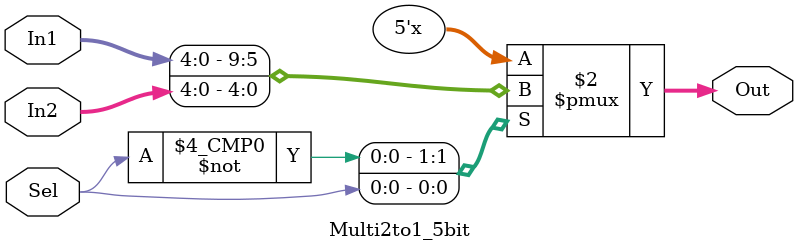
<source format=v>
`timescale 1ns / 1ps



module Multi2to1_5bit(In1, In2, Sel, Out);
  input  [4:0]In1, In2;
  input  Sel;
  output reg [4:0] Out;

  always @(In1, In2, Sel)
    case(Sel)
      0: Out <= In1;
      1: Out <= In2;
    endcase
endmodule

</source>
